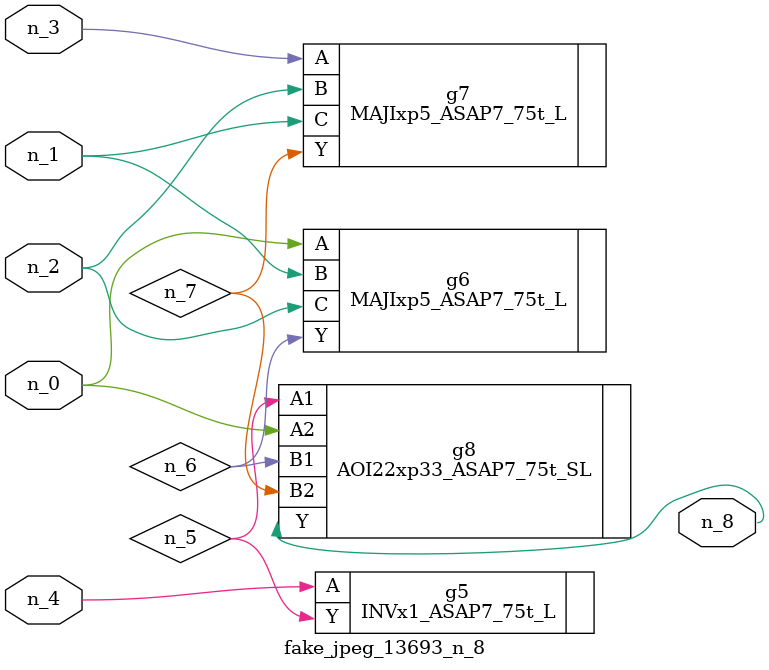
<source format=v>
module fake_jpeg_13693_n_8 (n_3, n_2, n_1, n_0, n_4, n_8);

input n_3;
input n_2;
input n_1;
input n_0;
input n_4;

output n_8;

wire n_6;
wire n_5;
wire n_7;

INVx1_ASAP7_75t_L g5 ( 
.A(n_4),
.Y(n_5)
);

MAJIxp5_ASAP7_75t_L g6 ( 
.A(n_0),
.B(n_1),
.C(n_2),
.Y(n_6)
);

MAJIxp5_ASAP7_75t_L g7 ( 
.A(n_3),
.B(n_2),
.C(n_1),
.Y(n_7)
);

AOI22xp33_ASAP7_75t_SL g8 ( 
.A1(n_5),
.A2(n_0),
.B1(n_6),
.B2(n_7),
.Y(n_8)
);


endmodule
</source>
